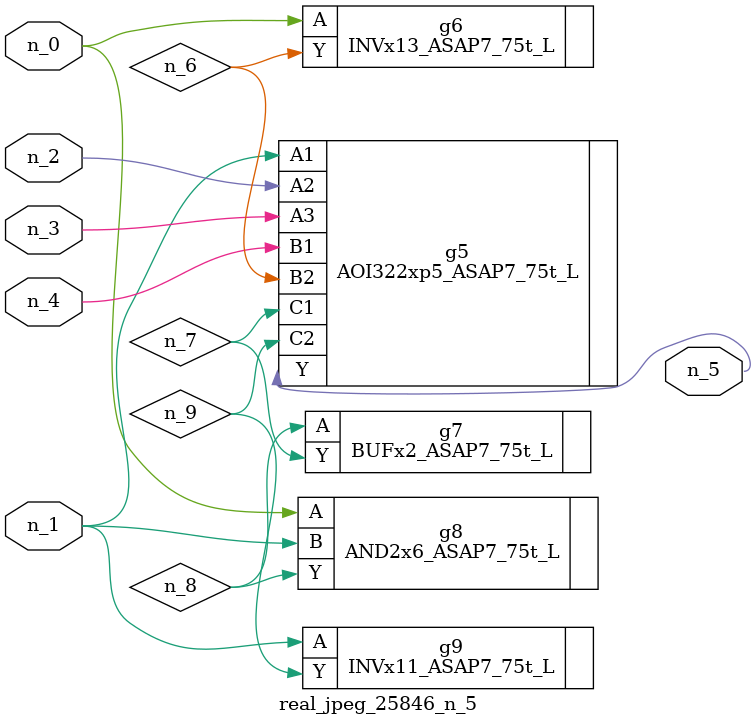
<source format=v>
module real_jpeg_25846_n_5 (n_4, n_0, n_1, n_2, n_3, n_5);

input n_4;
input n_0;
input n_1;
input n_2;
input n_3;

output n_5;

wire n_8;
wire n_6;
wire n_7;
wire n_9;

INVx13_ASAP7_75t_L g6 ( 
.A(n_0),
.Y(n_6)
);

AND2x6_ASAP7_75t_L g8 ( 
.A(n_0),
.B(n_1),
.Y(n_8)
);

AOI322xp5_ASAP7_75t_L g5 ( 
.A1(n_1),
.A2(n_2),
.A3(n_3),
.B1(n_4),
.B2(n_6),
.C1(n_7),
.C2(n_9),
.Y(n_5)
);

INVx11_ASAP7_75t_L g9 ( 
.A(n_1),
.Y(n_9)
);

BUFx2_ASAP7_75t_L g7 ( 
.A(n_8),
.Y(n_7)
);


endmodule
</source>
